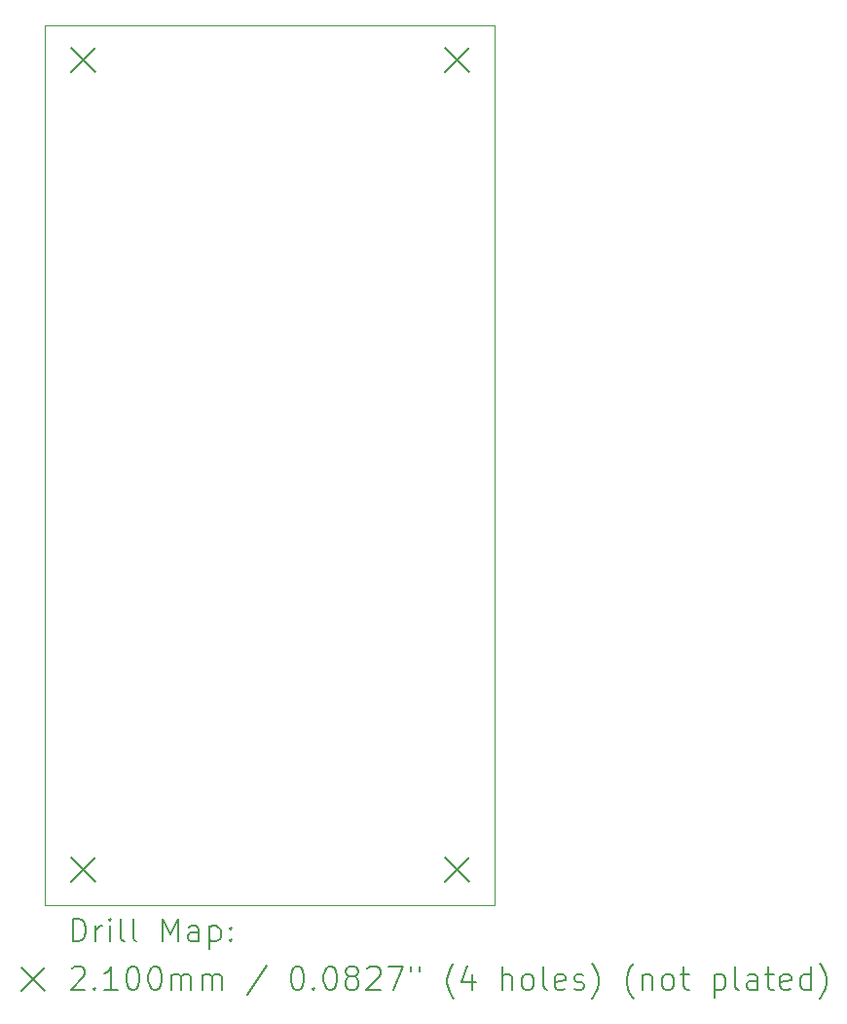
<source format=gbr>
%TF.GenerationSoftware,KiCad,Pcbnew,7.0.2-0*%
%TF.CreationDate,2024-11-24T22:08:26+01:00*%
%TF.ProjectId,MIDI Box,4d494449-2042-46f7-982e-6b696361645f,rev?*%
%TF.SameCoordinates,Original*%
%TF.FileFunction,Drillmap*%
%TF.FilePolarity,Positive*%
%FSLAX45Y45*%
G04 Gerber Fmt 4.5, Leading zero omitted, Abs format (unit mm)*
G04 Created by KiCad (PCBNEW 7.0.2-0) date 2024-11-24 22:08:26*
%MOMM*%
%LPD*%
G01*
G04 APERTURE LIST*
%ADD10C,0.100000*%
%ADD11C,0.200000*%
%ADD12C,0.210000*%
G04 APERTURE END LIST*
D10*
X14198600Y-6070600D02*
X18110200Y-6070600D01*
X18110200Y-13716000D01*
X14198600Y-13716000D01*
X14198600Y-6070600D01*
D11*
D12*
X14423800Y-6270400D02*
X14633800Y-6480400D01*
X14633800Y-6270400D02*
X14423800Y-6480400D01*
X14423800Y-13306200D02*
X14633800Y-13516200D01*
X14633800Y-13306200D02*
X14423800Y-13516200D01*
X17675000Y-6270400D02*
X17885000Y-6480400D01*
X17885000Y-6270400D02*
X17675000Y-6480400D01*
X17675000Y-13306200D02*
X17885000Y-13516200D01*
X17885000Y-13306200D02*
X17675000Y-13516200D01*
D11*
X14441219Y-14033524D02*
X14441219Y-13833524D01*
X14441219Y-13833524D02*
X14488838Y-13833524D01*
X14488838Y-13833524D02*
X14517409Y-13843048D01*
X14517409Y-13843048D02*
X14536457Y-13862095D01*
X14536457Y-13862095D02*
X14545981Y-13881143D01*
X14545981Y-13881143D02*
X14555505Y-13919238D01*
X14555505Y-13919238D02*
X14555505Y-13947809D01*
X14555505Y-13947809D02*
X14545981Y-13985905D01*
X14545981Y-13985905D02*
X14536457Y-14004952D01*
X14536457Y-14004952D02*
X14517409Y-14024000D01*
X14517409Y-14024000D02*
X14488838Y-14033524D01*
X14488838Y-14033524D02*
X14441219Y-14033524D01*
X14641219Y-14033524D02*
X14641219Y-13900190D01*
X14641219Y-13938286D02*
X14650743Y-13919238D01*
X14650743Y-13919238D02*
X14660267Y-13909714D01*
X14660267Y-13909714D02*
X14679314Y-13900190D01*
X14679314Y-13900190D02*
X14698362Y-13900190D01*
X14765028Y-14033524D02*
X14765028Y-13900190D01*
X14765028Y-13833524D02*
X14755505Y-13843048D01*
X14755505Y-13843048D02*
X14765028Y-13852571D01*
X14765028Y-13852571D02*
X14774552Y-13843048D01*
X14774552Y-13843048D02*
X14765028Y-13833524D01*
X14765028Y-13833524D02*
X14765028Y-13852571D01*
X14888838Y-14033524D02*
X14869790Y-14024000D01*
X14869790Y-14024000D02*
X14860267Y-14004952D01*
X14860267Y-14004952D02*
X14860267Y-13833524D01*
X14993600Y-14033524D02*
X14974552Y-14024000D01*
X14974552Y-14024000D02*
X14965028Y-14004952D01*
X14965028Y-14004952D02*
X14965028Y-13833524D01*
X15222171Y-14033524D02*
X15222171Y-13833524D01*
X15222171Y-13833524D02*
X15288838Y-13976381D01*
X15288838Y-13976381D02*
X15355505Y-13833524D01*
X15355505Y-13833524D02*
X15355505Y-14033524D01*
X15536457Y-14033524D02*
X15536457Y-13928762D01*
X15536457Y-13928762D02*
X15526933Y-13909714D01*
X15526933Y-13909714D02*
X15507886Y-13900190D01*
X15507886Y-13900190D02*
X15469790Y-13900190D01*
X15469790Y-13900190D02*
X15450743Y-13909714D01*
X15536457Y-14024000D02*
X15517409Y-14033524D01*
X15517409Y-14033524D02*
X15469790Y-14033524D01*
X15469790Y-14033524D02*
X15450743Y-14024000D01*
X15450743Y-14024000D02*
X15441219Y-14004952D01*
X15441219Y-14004952D02*
X15441219Y-13985905D01*
X15441219Y-13985905D02*
X15450743Y-13966857D01*
X15450743Y-13966857D02*
X15469790Y-13957333D01*
X15469790Y-13957333D02*
X15517409Y-13957333D01*
X15517409Y-13957333D02*
X15536457Y-13947809D01*
X15631695Y-13900190D02*
X15631695Y-14100190D01*
X15631695Y-13909714D02*
X15650743Y-13900190D01*
X15650743Y-13900190D02*
X15688838Y-13900190D01*
X15688838Y-13900190D02*
X15707886Y-13909714D01*
X15707886Y-13909714D02*
X15717409Y-13919238D01*
X15717409Y-13919238D02*
X15726933Y-13938286D01*
X15726933Y-13938286D02*
X15726933Y-13995428D01*
X15726933Y-13995428D02*
X15717409Y-14014476D01*
X15717409Y-14014476D02*
X15707886Y-14024000D01*
X15707886Y-14024000D02*
X15688838Y-14033524D01*
X15688838Y-14033524D02*
X15650743Y-14033524D01*
X15650743Y-14033524D02*
X15631695Y-14024000D01*
X15812648Y-14014476D02*
X15822171Y-14024000D01*
X15822171Y-14024000D02*
X15812648Y-14033524D01*
X15812648Y-14033524D02*
X15803124Y-14024000D01*
X15803124Y-14024000D02*
X15812648Y-14014476D01*
X15812648Y-14014476D02*
X15812648Y-14033524D01*
X15812648Y-13909714D02*
X15822171Y-13919238D01*
X15822171Y-13919238D02*
X15812648Y-13928762D01*
X15812648Y-13928762D02*
X15803124Y-13919238D01*
X15803124Y-13919238D02*
X15812648Y-13909714D01*
X15812648Y-13909714D02*
X15812648Y-13928762D01*
X13993600Y-14261000D02*
X14193600Y-14461000D01*
X14193600Y-14261000D02*
X13993600Y-14461000D01*
X14431695Y-14272571D02*
X14441219Y-14263048D01*
X14441219Y-14263048D02*
X14460267Y-14253524D01*
X14460267Y-14253524D02*
X14507886Y-14253524D01*
X14507886Y-14253524D02*
X14526933Y-14263048D01*
X14526933Y-14263048D02*
X14536457Y-14272571D01*
X14536457Y-14272571D02*
X14545981Y-14291619D01*
X14545981Y-14291619D02*
X14545981Y-14310667D01*
X14545981Y-14310667D02*
X14536457Y-14339238D01*
X14536457Y-14339238D02*
X14422171Y-14453524D01*
X14422171Y-14453524D02*
X14545981Y-14453524D01*
X14631695Y-14434476D02*
X14641219Y-14444000D01*
X14641219Y-14444000D02*
X14631695Y-14453524D01*
X14631695Y-14453524D02*
X14622171Y-14444000D01*
X14622171Y-14444000D02*
X14631695Y-14434476D01*
X14631695Y-14434476D02*
X14631695Y-14453524D01*
X14831695Y-14453524D02*
X14717409Y-14453524D01*
X14774552Y-14453524D02*
X14774552Y-14253524D01*
X14774552Y-14253524D02*
X14755505Y-14282095D01*
X14755505Y-14282095D02*
X14736457Y-14301143D01*
X14736457Y-14301143D02*
X14717409Y-14310667D01*
X14955505Y-14253524D02*
X14974552Y-14253524D01*
X14974552Y-14253524D02*
X14993600Y-14263048D01*
X14993600Y-14263048D02*
X15003124Y-14272571D01*
X15003124Y-14272571D02*
X15012648Y-14291619D01*
X15012648Y-14291619D02*
X15022171Y-14329714D01*
X15022171Y-14329714D02*
X15022171Y-14377333D01*
X15022171Y-14377333D02*
X15012648Y-14415428D01*
X15012648Y-14415428D02*
X15003124Y-14434476D01*
X15003124Y-14434476D02*
X14993600Y-14444000D01*
X14993600Y-14444000D02*
X14974552Y-14453524D01*
X14974552Y-14453524D02*
X14955505Y-14453524D01*
X14955505Y-14453524D02*
X14936457Y-14444000D01*
X14936457Y-14444000D02*
X14926933Y-14434476D01*
X14926933Y-14434476D02*
X14917409Y-14415428D01*
X14917409Y-14415428D02*
X14907886Y-14377333D01*
X14907886Y-14377333D02*
X14907886Y-14329714D01*
X14907886Y-14329714D02*
X14917409Y-14291619D01*
X14917409Y-14291619D02*
X14926933Y-14272571D01*
X14926933Y-14272571D02*
X14936457Y-14263048D01*
X14936457Y-14263048D02*
X14955505Y-14253524D01*
X15145981Y-14253524D02*
X15165029Y-14253524D01*
X15165029Y-14253524D02*
X15184076Y-14263048D01*
X15184076Y-14263048D02*
X15193600Y-14272571D01*
X15193600Y-14272571D02*
X15203124Y-14291619D01*
X15203124Y-14291619D02*
X15212648Y-14329714D01*
X15212648Y-14329714D02*
X15212648Y-14377333D01*
X15212648Y-14377333D02*
X15203124Y-14415428D01*
X15203124Y-14415428D02*
X15193600Y-14434476D01*
X15193600Y-14434476D02*
X15184076Y-14444000D01*
X15184076Y-14444000D02*
X15165029Y-14453524D01*
X15165029Y-14453524D02*
X15145981Y-14453524D01*
X15145981Y-14453524D02*
X15126933Y-14444000D01*
X15126933Y-14444000D02*
X15117409Y-14434476D01*
X15117409Y-14434476D02*
X15107886Y-14415428D01*
X15107886Y-14415428D02*
X15098362Y-14377333D01*
X15098362Y-14377333D02*
X15098362Y-14329714D01*
X15098362Y-14329714D02*
X15107886Y-14291619D01*
X15107886Y-14291619D02*
X15117409Y-14272571D01*
X15117409Y-14272571D02*
X15126933Y-14263048D01*
X15126933Y-14263048D02*
X15145981Y-14253524D01*
X15298362Y-14453524D02*
X15298362Y-14320190D01*
X15298362Y-14339238D02*
X15307886Y-14329714D01*
X15307886Y-14329714D02*
X15326933Y-14320190D01*
X15326933Y-14320190D02*
X15355505Y-14320190D01*
X15355505Y-14320190D02*
X15374552Y-14329714D01*
X15374552Y-14329714D02*
X15384076Y-14348762D01*
X15384076Y-14348762D02*
X15384076Y-14453524D01*
X15384076Y-14348762D02*
X15393600Y-14329714D01*
X15393600Y-14329714D02*
X15412648Y-14320190D01*
X15412648Y-14320190D02*
X15441219Y-14320190D01*
X15441219Y-14320190D02*
X15460267Y-14329714D01*
X15460267Y-14329714D02*
X15469790Y-14348762D01*
X15469790Y-14348762D02*
X15469790Y-14453524D01*
X15565029Y-14453524D02*
X15565029Y-14320190D01*
X15565029Y-14339238D02*
X15574552Y-14329714D01*
X15574552Y-14329714D02*
X15593600Y-14320190D01*
X15593600Y-14320190D02*
X15622171Y-14320190D01*
X15622171Y-14320190D02*
X15641219Y-14329714D01*
X15641219Y-14329714D02*
X15650743Y-14348762D01*
X15650743Y-14348762D02*
X15650743Y-14453524D01*
X15650743Y-14348762D02*
X15660267Y-14329714D01*
X15660267Y-14329714D02*
X15679314Y-14320190D01*
X15679314Y-14320190D02*
X15707886Y-14320190D01*
X15707886Y-14320190D02*
X15726933Y-14329714D01*
X15726933Y-14329714D02*
X15736457Y-14348762D01*
X15736457Y-14348762D02*
X15736457Y-14453524D01*
X16126933Y-14244000D02*
X15955505Y-14501143D01*
X16384076Y-14253524D02*
X16403124Y-14253524D01*
X16403124Y-14253524D02*
X16422172Y-14263048D01*
X16422172Y-14263048D02*
X16431695Y-14272571D01*
X16431695Y-14272571D02*
X16441219Y-14291619D01*
X16441219Y-14291619D02*
X16450743Y-14329714D01*
X16450743Y-14329714D02*
X16450743Y-14377333D01*
X16450743Y-14377333D02*
X16441219Y-14415428D01*
X16441219Y-14415428D02*
X16431695Y-14434476D01*
X16431695Y-14434476D02*
X16422172Y-14444000D01*
X16422172Y-14444000D02*
X16403124Y-14453524D01*
X16403124Y-14453524D02*
X16384076Y-14453524D01*
X16384076Y-14453524D02*
X16365029Y-14444000D01*
X16365029Y-14444000D02*
X16355505Y-14434476D01*
X16355505Y-14434476D02*
X16345981Y-14415428D01*
X16345981Y-14415428D02*
X16336457Y-14377333D01*
X16336457Y-14377333D02*
X16336457Y-14329714D01*
X16336457Y-14329714D02*
X16345981Y-14291619D01*
X16345981Y-14291619D02*
X16355505Y-14272571D01*
X16355505Y-14272571D02*
X16365029Y-14263048D01*
X16365029Y-14263048D02*
X16384076Y-14253524D01*
X16536457Y-14434476D02*
X16545981Y-14444000D01*
X16545981Y-14444000D02*
X16536457Y-14453524D01*
X16536457Y-14453524D02*
X16526933Y-14444000D01*
X16526933Y-14444000D02*
X16536457Y-14434476D01*
X16536457Y-14434476D02*
X16536457Y-14453524D01*
X16669791Y-14253524D02*
X16688838Y-14253524D01*
X16688838Y-14253524D02*
X16707886Y-14263048D01*
X16707886Y-14263048D02*
X16717410Y-14272571D01*
X16717410Y-14272571D02*
X16726933Y-14291619D01*
X16726933Y-14291619D02*
X16736457Y-14329714D01*
X16736457Y-14329714D02*
X16736457Y-14377333D01*
X16736457Y-14377333D02*
X16726933Y-14415428D01*
X16726933Y-14415428D02*
X16717410Y-14434476D01*
X16717410Y-14434476D02*
X16707886Y-14444000D01*
X16707886Y-14444000D02*
X16688838Y-14453524D01*
X16688838Y-14453524D02*
X16669791Y-14453524D01*
X16669791Y-14453524D02*
X16650743Y-14444000D01*
X16650743Y-14444000D02*
X16641219Y-14434476D01*
X16641219Y-14434476D02*
X16631695Y-14415428D01*
X16631695Y-14415428D02*
X16622172Y-14377333D01*
X16622172Y-14377333D02*
X16622172Y-14329714D01*
X16622172Y-14329714D02*
X16631695Y-14291619D01*
X16631695Y-14291619D02*
X16641219Y-14272571D01*
X16641219Y-14272571D02*
X16650743Y-14263048D01*
X16650743Y-14263048D02*
X16669791Y-14253524D01*
X16850743Y-14339238D02*
X16831695Y-14329714D01*
X16831695Y-14329714D02*
X16822172Y-14320190D01*
X16822172Y-14320190D02*
X16812648Y-14301143D01*
X16812648Y-14301143D02*
X16812648Y-14291619D01*
X16812648Y-14291619D02*
X16822172Y-14272571D01*
X16822172Y-14272571D02*
X16831695Y-14263048D01*
X16831695Y-14263048D02*
X16850743Y-14253524D01*
X16850743Y-14253524D02*
X16888838Y-14253524D01*
X16888838Y-14253524D02*
X16907886Y-14263048D01*
X16907886Y-14263048D02*
X16917410Y-14272571D01*
X16917410Y-14272571D02*
X16926934Y-14291619D01*
X16926934Y-14291619D02*
X16926934Y-14301143D01*
X16926934Y-14301143D02*
X16917410Y-14320190D01*
X16917410Y-14320190D02*
X16907886Y-14329714D01*
X16907886Y-14329714D02*
X16888838Y-14339238D01*
X16888838Y-14339238D02*
X16850743Y-14339238D01*
X16850743Y-14339238D02*
X16831695Y-14348762D01*
X16831695Y-14348762D02*
X16822172Y-14358286D01*
X16822172Y-14358286D02*
X16812648Y-14377333D01*
X16812648Y-14377333D02*
X16812648Y-14415428D01*
X16812648Y-14415428D02*
X16822172Y-14434476D01*
X16822172Y-14434476D02*
X16831695Y-14444000D01*
X16831695Y-14444000D02*
X16850743Y-14453524D01*
X16850743Y-14453524D02*
X16888838Y-14453524D01*
X16888838Y-14453524D02*
X16907886Y-14444000D01*
X16907886Y-14444000D02*
X16917410Y-14434476D01*
X16917410Y-14434476D02*
X16926934Y-14415428D01*
X16926934Y-14415428D02*
X16926934Y-14377333D01*
X16926934Y-14377333D02*
X16917410Y-14358286D01*
X16917410Y-14358286D02*
X16907886Y-14348762D01*
X16907886Y-14348762D02*
X16888838Y-14339238D01*
X17003124Y-14272571D02*
X17012648Y-14263048D01*
X17012648Y-14263048D02*
X17031695Y-14253524D01*
X17031695Y-14253524D02*
X17079315Y-14253524D01*
X17079315Y-14253524D02*
X17098362Y-14263048D01*
X17098362Y-14263048D02*
X17107886Y-14272571D01*
X17107886Y-14272571D02*
X17117410Y-14291619D01*
X17117410Y-14291619D02*
X17117410Y-14310667D01*
X17117410Y-14310667D02*
X17107886Y-14339238D01*
X17107886Y-14339238D02*
X16993600Y-14453524D01*
X16993600Y-14453524D02*
X17117410Y-14453524D01*
X17184076Y-14253524D02*
X17317410Y-14253524D01*
X17317410Y-14253524D02*
X17231695Y-14453524D01*
X17384076Y-14253524D02*
X17384076Y-14291619D01*
X17460267Y-14253524D02*
X17460267Y-14291619D01*
X17755505Y-14529714D02*
X17745981Y-14520190D01*
X17745981Y-14520190D02*
X17726934Y-14491619D01*
X17726934Y-14491619D02*
X17717410Y-14472571D01*
X17717410Y-14472571D02*
X17707886Y-14444000D01*
X17707886Y-14444000D02*
X17698362Y-14396381D01*
X17698362Y-14396381D02*
X17698362Y-14358286D01*
X17698362Y-14358286D02*
X17707886Y-14310667D01*
X17707886Y-14310667D02*
X17717410Y-14282095D01*
X17717410Y-14282095D02*
X17726934Y-14263048D01*
X17726934Y-14263048D02*
X17745981Y-14234476D01*
X17745981Y-14234476D02*
X17755505Y-14224952D01*
X17917410Y-14320190D02*
X17917410Y-14453524D01*
X17869791Y-14244000D02*
X17822172Y-14386857D01*
X17822172Y-14386857D02*
X17945981Y-14386857D01*
X18174553Y-14453524D02*
X18174553Y-14253524D01*
X18260267Y-14453524D02*
X18260267Y-14348762D01*
X18260267Y-14348762D02*
X18250743Y-14329714D01*
X18250743Y-14329714D02*
X18231696Y-14320190D01*
X18231696Y-14320190D02*
X18203124Y-14320190D01*
X18203124Y-14320190D02*
X18184077Y-14329714D01*
X18184077Y-14329714D02*
X18174553Y-14339238D01*
X18384077Y-14453524D02*
X18365029Y-14444000D01*
X18365029Y-14444000D02*
X18355505Y-14434476D01*
X18355505Y-14434476D02*
X18345981Y-14415428D01*
X18345981Y-14415428D02*
X18345981Y-14358286D01*
X18345981Y-14358286D02*
X18355505Y-14339238D01*
X18355505Y-14339238D02*
X18365029Y-14329714D01*
X18365029Y-14329714D02*
X18384077Y-14320190D01*
X18384077Y-14320190D02*
X18412648Y-14320190D01*
X18412648Y-14320190D02*
X18431696Y-14329714D01*
X18431696Y-14329714D02*
X18441219Y-14339238D01*
X18441219Y-14339238D02*
X18450743Y-14358286D01*
X18450743Y-14358286D02*
X18450743Y-14415428D01*
X18450743Y-14415428D02*
X18441219Y-14434476D01*
X18441219Y-14434476D02*
X18431696Y-14444000D01*
X18431696Y-14444000D02*
X18412648Y-14453524D01*
X18412648Y-14453524D02*
X18384077Y-14453524D01*
X18565029Y-14453524D02*
X18545981Y-14444000D01*
X18545981Y-14444000D02*
X18536458Y-14424952D01*
X18536458Y-14424952D02*
X18536458Y-14253524D01*
X18717410Y-14444000D02*
X18698362Y-14453524D01*
X18698362Y-14453524D02*
X18660267Y-14453524D01*
X18660267Y-14453524D02*
X18641219Y-14444000D01*
X18641219Y-14444000D02*
X18631696Y-14424952D01*
X18631696Y-14424952D02*
X18631696Y-14348762D01*
X18631696Y-14348762D02*
X18641219Y-14329714D01*
X18641219Y-14329714D02*
X18660267Y-14320190D01*
X18660267Y-14320190D02*
X18698362Y-14320190D01*
X18698362Y-14320190D02*
X18717410Y-14329714D01*
X18717410Y-14329714D02*
X18726934Y-14348762D01*
X18726934Y-14348762D02*
X18726934Y-14367809D01*
X18726934Y-14367809D02*
X18631696Y-14386857D01*
X18803124Y-14444000D02*
X18822172Y-14453524D01*
X18822172Y-14453524D02*
X18860267Y-14453524D01*
X18860267Y-14453524D02*
X18879315Y-14444000D01*
X18879315Y-14444000D02*
X18888839Y-14424952D01*
X18888839Y-14424952D02*
X18888839Y-14415428D01*
X18888839Y-14415428D02*
X18879315Y-14396381D01*
X18879315Y-14396381D02*
X18860267Y-14386857D01*
X18860267Y-14386857D02*
X18831696Y-14386857D01*
X18831696Y-14386857D02*
X18812648Y-14377333D01*
X18812648Y-14377333D02*
X18803124Y-14358286D01*
X18803124Y-14358286D02*
X18803124Y-14348762D01*
X18803124Y-14348762D02*
X18812648Y-14329714D01*
X18812648Y-14329714D02*
X18831696Y-14320190D01*
X18831696Y-14320190D02*
X18860267Y-14320190D01*
X18860267Y-14320190D02*
X18879315Y-14329714D01*
X18955505Y-14529714D02*
X18965029Y-14520190D01*
X18965029Y-14520190D02*
X18984077Y-14491619D01*
X18984077Y-14491619D02*
X18993600Y-14472571D01*
X18993600Y-14472571D02*
X19003124Y-14444000D01*
X19003124Y-14444000D02*
X19012648Y-14396381D01*
X19012648Y-14396381D02*
X19012648Y-14358286D01*
X19012648Y-14358286D02*
X19003124Y-14310667D01*
X19003124Y-14310667D02*
X18993600Y-14282095D01*
X18993600Y-14282095D02*
X18984077Y-14263048D01*
X18984077Y-14263048D02*
X18965029Y-14234476D01*
X18965029Y-14234476D02*
X18955505Y-14224952D01*
X19317410Y-14529714D02*
X19307886Y-14520190D01*
X19307886Y-14520190D02*
X19288839Y-14491619D01*
X19288839Y-14491619D02*
X19279315Y-14472571D01*
X19279315Y-14472571D02*
X19269791Y-14444000D01*
X19269791Y-14444000D02*
X19260267Y-14396381D01*
X19260267Y-14396381D02*
X19260267Y-14358286D01*
X19260267Y-14358286D02*
X19269791Y-14310667D01*
X19269791Y-14310667D02*
X19279315Y-14282095D01*
X19279315Y-14282095D02*
X19288839Y-14263048D01*
X19288839Y-14263048D02*
X19307886Y-14234476D01*
X19307886Y-14234476D02*
X19317410Y-14224952D01*
X19393600Y-14320190D02*
X19393600Y-14453524D01*
X19393600Y-14339238D02*
X19403124Y-14329714D01*
X19403124Y-14329714D02*
X19422172Y-14320190D01*
X19422172Y-14320190D02*
X19450743Y-14320190D01*
X19450743Y-14320190D02*
X19469791Y-14329714D01*
X19469791Y-14329714D02*
X19479315Y-14348762D01*
X19479315Y-14348762D02*
X19479315Y-14453524D01*
X19603124Y-14453524D02*
X19584077Y-14444000D01*
X19584077Y-14444000D02*
X19574553Y-14434476D01*
X19574553Y-14434476D02*
X19565029Y-14415428D01*
X19565029Y-14415428D02*
X19565029Y-14358286D01*
X19565029Y-14358286D02*
X19574553Y-14339238D01*
X19574553Y-14339238D02*
X19584077Y-14329714D01*
X19584077Y-14329714D02*
X19603124Y-14320190D01*
X19603124Y-14320190D02*
X19631696Y-14320190D01*
X19631696Y-14320190D02*
X19650743Y-14329714D01*
X19650743Y-14329714D02*
X19660267Y-14339238D01*
X19660267Y-14339238D02*
X19669791Y-14358286D01*
X19669791Y-14358286D02*
X19669791Y-14415428D01*
X19669791Y-14415428D02*
X19660267Y-14434476D01*
X19660267Y-14434476D02*
X19650743Y-14444000D01*
X19650743Y-14444000D02*
X19631696Y-14453524D01*
X19631696Y-14453524D02*
X19603124Y-14453524D01*
X19726934Y-14320190D02*
X19803124Y-14320190D01*
X19755505Y-14253524D02*
X19755505Y-14424952D01*
X19755505Y-14424952D02*
X19765029Y-14444000D01*
X19765029Y-14444000D02*
X19784077Y-14453524D01*
X19784077Y-14453524D02*
X19803124Y-14453524D01*
X20022172Y-14320190D02*
X20022172Y-14520190D01*
X20022172Y-14329714D02*
X20041220Y-14320190D01*
X20041220Y-14320190D02*
X20079315Y-14320190D01*
X20079315Y-14320190D02*
X20098362Y-14329714D01*
X20098362Y-14329714D02*
X20107886Y-14339238D01*
X20107886Y-14339238D02*
X20117410Y-14358286D01*
X20117410Y-14358286D02*
X20117410Y-14415428D01*
X20117410Y-14415428D02*
X20107886Y-14434476D01*
X20107886Y-14434476D02*
X20098362Y-14444000D01*
X20098362Y-14444000D02*
X20079315Y-14453524D01*
X20079315Y-14453524D02*
X20041220Y-14453524D01*
X20041220Y-14453524D02*
X20022172Y-14444000D01*
X20231696Y-14453524D02*
X20212648Y-14444000D01*
X20212648Y-14444000D02*
X20203124Y-14424952D01*
X20203124Y-14424952D02*
X20203124Y-14253524D01*
X20393601Y-14453524D02*
X20393601Y-14348762D01*
X20393601Y-14348762D02*
X20384077Y-14329714D01*
X20384077Y-14329714D02*
X20365029Y-14320190D01*
X20365029Y-14320190D02*
X20326934Y-14320190D01*
X20326934Y-14320190D02*
X20307886Y-14329714D01*
X20393601Y-14444000D02*
X20374553Y-14453524D01*
X20374553Y-14453524D02*
X20326934Y-14453524D01*
X20326934Y-14453524D02*
X20307886Y-14444000D01*
X20307886Y-14444000D02*
X20298362Y-14424952D01*
X20298362Y-14424952D02*
X20298362Y-14405905D01*
X20298362Y-14405905D02*
X20307886Y-14386857D01*
X20307886Y-14386857D02*
X20326934Y-14377333D01*
X20326934Y-14377333D02*
X20374553Y-14377333D01*
X20374553Y-14377333D02*
X20393601Y-14367809D01*
X20460267Y-14320190D02*
X20536458Y-14320190D01*
X20488839Y-14253524D02*
X20488839Y-14424952D01*
X20488839Y-14424952D02*
X20498362Y-14444000D01*
X20498362Y-14444000D02*
X20517410Y-14453524D01*
X20517410Y-14453524D02*
X20536458Y-14453524D01*
X20679315Y-14444000D02*
X20660267Y-14453524D01*
X20660267Y-14453524D02*
X20622172Y-14453524D01*
X20622172Y-14453524D02*
X20603124Y-14444000D01*
X20603124Y-14444000D02*
X20593601Y-14424952D01*
X20593601Y-14424952D02*
X20593601Y-14348762D01*
X20593601Y-14348762D02*
X20603124Y-14329714D01*
X20603124Y-14329714D02*
X20622172Y-14320190D01*
X20622172Y-14320190D02*
X20660267Y-14320190D01*
X20660267Y-14320190D02*
X20679315Y-14329714D01*
X20679315Y-14329714D02*
X20688839Y-14348762D01*
X20688839Y-14348762D02*
X20688839Y-14367809D01*
X20688839Y-14367809D02*
X20593601Y-14386857D01*
X20860267Y-14453524D02*
X20860267Y-14253524D01*
X20860267Y-14444000D02*
X20841220Y-14453524D01*
X20841220Y-14453524D02*
X20803124Y-14453524D01*
X20803124Y-14453524D02*
X20784077Y-14444000D01*
X20784077Y-14444000D02*
X20774553Y-14434476D01*
X20774553Y-14434476D02*
X20765029Y-14415428D01*
X20765029Y-14415428D02*
X20765029Y-14358286D01*
X20765029Y-14358286D02*
X20774553Y-14339238D01*
X20774553Y-14339238D02*
X20784077Y-14329714D01*
X20784077Y-14329714D02*
X20803124Y-14320190D01*
X20803124Y-14320190D02*
X20841220Y-14320190D01*
X20841220Y-14320190D02*
X20860267Y-14329714D01*
X20936458Y-14529714D02*
X20945982Y-14520190D01*
X20945982Y-14520190D02*
X20965029Y-14491619D01*
X20965029Y-14491619D02*
X20974553Y-14472571D01*
X20974553Y-14472571D02*
X20984077Y-14444000D01*
X20984077Y-14444000D02*
X20993601Y-14396381D01*
X20993601Y-14396381D02*
X20993601Y-14358286D01*
X20993601Y-14358286D02*
X20984077Y-14310667D01*
X20984077Y-14310667D02*
X20974553Y-14282095D01*
X20974553Y-14282095D02*
X20965029Y-14263048D01*
X20965029Y-14263048D02*
X20945982Y-14234476D01*
X20945982Y-14234476D02*
X20936458Y-14224952D01*
M02*

</source>
